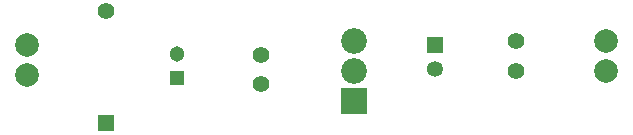
<source format=gts>
G04*
G04 #@! TF.GenerationSoftware,Altium Limited,Altium Designer,23.1.1 (15)*
G04*
G04 Layer_Color=8388736*
%FSLAX44Y44*%
%MOMM*%
G71*
G04*
G04 #@! TF.SameCoordinates,192AC858-DC75-4971-91E7-501E18B89E25*
G04*
G04*
G04 #@! TF.FilePolarity,Negative*
G04*
G01*
G75*
%ADD12R,2.1832X2.1832*%
%ADD13C,2.1832*%
%ADD14C,1.4032*%
%ADD15R,1.3032X1.3032*%
%ADD16C,1.3032*%
%ADD17C,2.0032*%
%ADD18R,1.3532X1.3532*%
%ADD19C,1.3532*%
%ADD20R,1.4032X1.4032*%
D12*
X347980Y-105510D02*
D03*
D13*
Y-80010D02*
D03*
Y-54510D02*
D03*
D14*
X269240Y-91440D02*
D03*
Y-66440D02*
D03*
X485140Y-54610D02*
D03*
Y-79610D02*
D03*
X138430Y-29460D02*
D03*
D15*
X198120Y-86040D02*
D03*
D16*
Y-66040D02*
D03*
D17*
X71120Y-58420D02*
D03*
Y-83820D02*
D03*
X561340Y-80010D02*
D03*
Y-54610D02*
D03*
D18*
X416560Y-58420D02*
D03*
D19*
Y-78420D02*
D03*
D20*
X138430Y-124460D02*
D03*
M02*

</source>
